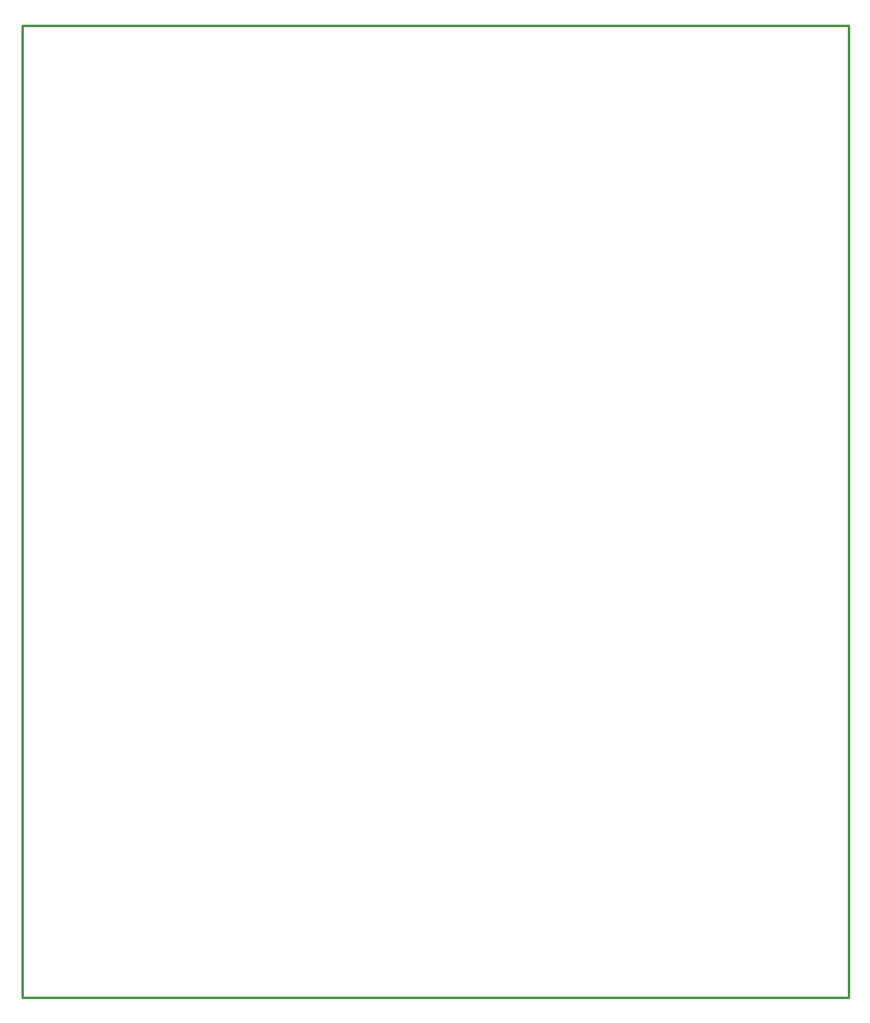
<source format=gbr>
G04 ================== begin FILE IDENTIFICATION RECORD ==================*
G04 Layout Name:  D:/ml/database/eI_Arrow_IMX8XML_RD_LAYOUT1.brd*
G04 Film Name:    outline.gbr*
G04 File Format:  Gerber RS274X*
G04 File Origin:  Cadence Allegro 17.2-S053*
G04 Origin Date:  Tue Jul 23 18:18:53 2019*
G04 *
G04 Layer:  BOARD GEOMETRY/OUTLINE*
G04 Layer:  BOARD GEOMETRY/DESIGN_OUTLINE*
G04 *
G04 Offset:    (0.00 0.00)*
G04 Mirror:    No*
G04 Mode:      Positive*
G04 Rotation:  0*
G04 FullContactRelief:  No*
G04 UndefLineWidth:     10.00*
G04 ================== end FILE IDENTIFICATION RECORD ====================*
%FSLAX25Y25*MOIN*%
%IR0*IPPOS*OFA0.00000B0.00000*MIA0B0*SFA1.00000B1.00000*%
%ADD10C,.01*%
G75*
%LPD*%
G75*
G54D10*
G01X-31446Y-59701D02*
Y334000D01*
X303200D01*
Y-59701D01*
X-31446D01*
G01X303200Y334000D02*
Y-59701D01*
X-31446D01*
Y334000D01*
X303200D01*
M02*

</source>
